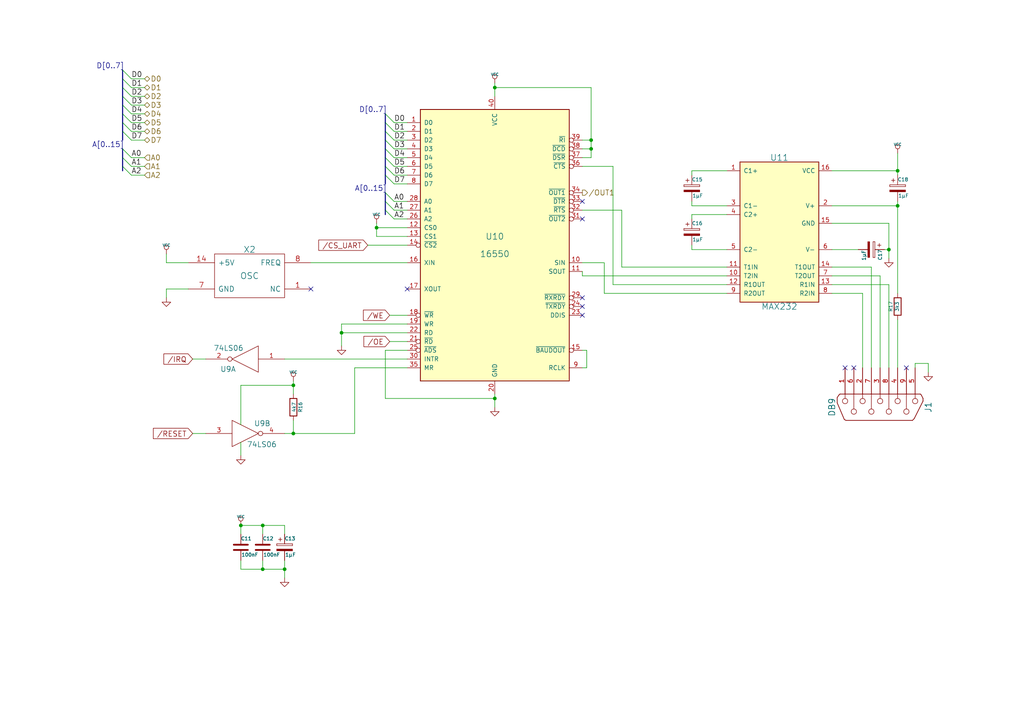
<source format=kicad_sch>
(kicad_sch (version 20211123) (generator eeschema)
  (paper "A4")
  (lib_symbols
    (symbol "io-rescue:16550" (pin_names (offset 1.016))
      (property "Reference" "U" (at -21.59 40.64 0))
      (property "Value" "16550" (at 15.24 40.64 0))
      (property "Footprint" "DIP-40" (at 0 0 0))
      (symbol "16550_0_1"
        (rectangle (start -21.59 -39.37) (end 21.59 39.37) (stroke (width 0.254)) (fill (type background)))
      )
      (symbol "16550_1_1"
        (pin bidirectional line (at -25.4 35.56 0) (length 3.81) (name "D0") (number "1"))
        (pin input line (at 25.4 -5.08 180) (length 3.81) (name "SIN") (number "10"))
        (pin output line (at 25.4 -7.62 180) (length 3.81) (name "SOUT") (number "11"))
        (pin input line (at -25.4 5.08 0) (length 3.81) (name "CS0") (number "12"))
        (pin input line (at -25.4 2.54 0) (length 3.81) (name "CS1") (number "13"))
        (pin input inverted (at -25.4 0 0) (length 3.81) (name "~{CS2}") (number "14"))
        (pin output inverted (at 25.4 -30.48 180) (length 3.81) (name "~{BAUDOUT}") (number "15"))
        (pin input line (at -25.4 -5.08 0) (length 3.81) (name "XIN") (number "16"))
        (pin output line (at -25.4 -12.7 0) (length 3.81) (name "XOUT") (number "17"))
        (pin input inverted (at -25.4 -20.32 0) (length 3.81) (name "~{WR}") (number "18"))
        (pin input line (at -25.4 -22.86 0) (length 3.81) (name "WR") (number "19"))
        (pin bidirectional line (at -25.4 33.02 0) (length 3.81) (name "D1") (number "2"))
        (pin power_in line (at 0 -43.18 90) (length 3.81) (name "GND") (number "20"))
        (pin input inverted (at -25.4 -27.94 0) (length 3.81) (name "~{RD}") (number "21"))
        (pin input line (at -25.4 -25.4 0) (length 3.81) (name "RD") (number "22"))
        (pin output line (at 25.4 -20.32 180) (length 3.81) (name "DDIS") (number "23"))
        (pin output inverted (at 25.4 -17.78 180) (length 3.81) (name "~{TXRDY}") (number "24"))
        (pin input inverted (at -25.4 -30.48 0) (length 3.81) (name "~{ADS}") (number "25"))
        (pin input line (at -25.4 7.62 0) (length 3.81) (name "A2") (number "26"))
        (pin input line (at -25.4 10.16 0) (length 3.81) (name "A1") (number "27"))
        (pin input line (at -25.4 12.7 0) (length 3.81) (name "A0") (number "28"))
        (pin output inverted (at 25.4 -15.24 180) (length 3.81) (name "~{RXRDY}") (number "29"))
        (pin bidirectional line (at -25.4 30.48 0) (length 3.81) (name "D2") (number "3"))
        (pin output line (at -25.4 -33.02 0) (length 3.81) (name "INTR") (number "30"))
        (pin output inverted (at 25.4 7.62 180) (length 3.81) (name "~{OUT2}") (number "31"))
        (pin output inverted (at 25.4 10.16 180) (length 3.81) (name "~{RTS}") (number "32"))
        (pin output inverted (at 25.4 12.7 180) (length 3.81) (name "~{DTR}") (number "33"))
        (pin output inverted (at 25.4 15.24 180) (length 3.81) (name "~{OUT1}") (number "34"))
        (pin input line (at -25.4 -35.56 0) (length 3.81) (name "MR") (number "35"))
        (pin input inverted (at 25.4 22.86 180) (length 3.81) (name "~{CTS}") (number "36"))
        (pin input inverted (at 25.4 25.4 180) (length 3.81) (name "~{DSR}") (number "37"))
        (pin input inverted (at 25.4 27.94 180) (length 3.81) (name "~{DCD}") (number "38"))
        (pin input inverted (at 25.4 30.48 180) (length 3.81) (name "~{RI}") (number "39"))
        (pin bidirectional line (at -25.4 27.94 0) (length 3.81) (name "D3") (number "4"))
        (pin power_in line (at 0 43.18 270) (length 3.81) (name "VCC") (number "40"))
        (pin bidirectional line (at -25.4 25.4 0) (length 3.81) (name "D4") (number "5"))
        (pin bidirectional line (at -25.4 22.86 0) (length 3.81) (name "D5") (number "6"))
        (pin bidirectional line (at -25.4 20.32 0) (length 3.81) (name "D6") (number "7"))
        (pin bidirectional line (at -25.4 17.78 0) (length 3.81) (name "D7") (number "8"))
        (pin input line (at 25.4 -35.56 180) (length 3.81) (name "RCLK") (number "9"))
      )
    )
    (symbol "io-rescue:74LS06" (pin_names (offset 0.762))
      (property "Reference" "U" (at 4.953 2.921 0))
      (property "Value" "74LS06" (at 4.826 -3.175 0))
      (symbol "74LS06_0_0"
        (polyline (pts (xy -3.81 3.81) (xy -3.81 -3.81) (xy 3.81 0) (xy -3.81 3.81)))
        (pin power_in line (at -1.27 2.54 90) (length 0) hide (name "VCC") (number "14"))
        (pin power_in line (at -1.27 -2.54 90) (length 0) hide (name "GND") (number "7"))
      )
      (symbol "74LS06_1_1"
        (pin input line (at -11.43 0 0) (length 7.62) (name "~") (number "1"))
        (pin open_collector inverted (at 11.43 0 180) (length 7.62) (name "~") (number "2"))
      )
      (symbol "74LS06_1_2"
        (pin input inverted (at -11.43 0 0) (length 7.62) (name "~") (number "1"))
        (pin open_collector line (at 11.43 0 180) (length 7.62) (name "~") (number "2"))
      )
      (symbol "74LS06_2_1"
        (pin input line (at -11.43 0 0) (length 7.62) (name "~") (number "3"))
        (pin open_collector inverted (at 11.43 0 180) (length 7.62) (name "~") (number "4"))
      )
      (symbol "74LS06_2_2"
        (pin input inverted (at -11.43 0 0) (length 7.62) (name "~") (number "3"))
        (pin open_collector line (at 11.43 0 180) (length 7.62) (name "~") (number "4"))
      )
      (symbol "74LS06_3_1"
        (pin input line (at -11.43 0 0) (length 7.62) (name "~") (number "5"))
        (pin open_collector inverted (at 11.43 0 180) (length 7.62) (name "~") (number "6"))
      )
      (symbol "74LS06_3_2"
        (pin input inverted (at -11.43 0 0) (length 7.62) (name "~") (number "5"))
        (pin open_collector line (at 11.43 0 180) (length 7.62) (name "~") (number "6"))
      )
      (symbol "74LS06_4_1"
        (pin open_collector inverted (at 11.43 0 180) (length 7.62) (name "~") (number "8"))
        (pin input line (at -11.43 0 0) (length 7.62) (name "~") (number "9"))
      )
      (symbol "74LS06_4_2"
        (pin open_collector line (at 11.43 0 180) (length 7.62) (name "~") (number "8"))
        (pin input inverted (at -11.43 0 0) (length 7.62) (name "~") (number "9"))
      )
      (symbol "74LS06_5_1"
        (pin open_collector inverted (at 11.43 0 180) (length 7.62) (name "~") (number "10"))
        (pin input line (at -11.43 0 0) (length 7.62) (name "~") (number "11"))
      )
      (symbol "74LS06_5_2"
        (pin open_collector line (at 11.43 0 180) (length 7.62) (name "~") (number "10"))
        (pin input inverted (at -11.43 0 0) (length 7.62) (name "~") (number "11"))
      )
      (symbol "74LS06_6_1"
        (pin open_collector inverted (at 11.43 0 180) (length 7.62) (name "~") (number "12"))
        (pin input line (at -11.43 0 0) (length 7.62) (name "~") (number "13"))
      )
      (symbol "74LS06_6_2"
        (pin open_collector line (at 11.43 0 180) (length 7.62) (name "~") (number "12"))
        (pin input inverted (at -11.43 0 0) (length 7.62) (name "~") (number "13"))
      )
    )
    (symbol "io-rescue:C" (pin_numbers hide) (pin_names (offset 0.254))
      (property "Reference" "C" (at 0.635 2.54 0))
      (property "Value" "C" (at 0.635 -2.54 0))
      (symbol "C_0_1"
        (polyline (pts (xy -2.032 -0.762) (xy 2.032 -0.762)) (stroke (width 0.508)))
        (polyline (pts (xy -2.032 0.762) (xy 2.032 0.762)) (stroke (width 0.508)))
      )
      (symbol "C_1_1"
        (pin passive line (at 0 3.81 270) (length 2.794) (name "~") (number "1"))
        (pin passive line (at 0 -3.81 90) (length 2.794) (name "~") (number "2"))
      )
    )
    (symbol "io-rescue:CP" (pin_numbers hide) (pin_names (offset 0.254))
      (property "Reference" "C" (at 0.635 2.54 0))
      (property "Value" "CP" (at 0.635 -2.54 0))
      (symbol "CP_0_1"
        (rectangle (start -2.286 0.508) (end -2.286 1.016))
        (rectangle (start -2.286 0.508) (end 2.286 0.508))
        (polyline (pts (xy -1.778 2.286) (xy -0.762 2.286)))
        (polyline (pts (xy -1.27 2.794) (xy -1.27 1.778)))
        (rectangle (start 2.286 -0.508) (end -2.286 -1.016) (fill (type outline)))
        (rectangle (start 2.286 1.016) (end -2.286 1.016))
        (rectangle (start 2.286 1.016) (end 2.286 0.508))
      )
      (symbol "CP_1_1"
        (pin passive line (at 0 3.81 270) (length 2.794) (name "~") (number "1"))
        (pin passive line (at 0 -3.81 90) (length 2.794) (name "~") (number "2"))
      )
    )
    (symbol "io-rescue:DB9" (pin_names (offset 1.016) hide)
      (property "Reference" "J" (at 0 13.97 0))
      (property "Value" "DB9" (at 0 -13.97 0))
      (symbol "DB9_0_1"
        (circle (center -1.778 -10.16) (radius 0.762))
        (circle (center -1.778 -5.08) (radius 0.762))
        (circle (center -1.778 0) (radius 0.762))
        (circle (center -1.778 5.08) (radius 0.762))
        (circle (center -1.778 10.16) (radius 0.762))
        (polyline (pts (xy -3.81 -11.684) (xy -3.81 11.684)) (stroke (width 0.2032)))
        (polyline (pts (xy -3.81 -11.6586) (xy -3.556 -11.938)) (stroke (width 0.2032)))
        (polyline (pts (xy -3.81 -10.16) (xy -2.54 -10.16)))
        (polyline (pts (xy -3.81 -7.62) (xy 0.508 -7.62)))
        (polyline (pts (xy -3.81 -5.08) (xy -2.54 -5.08)))
        (polyline (pts (xy -3.81 -2.54) (xy 0.508 -2.54)))
        (polyline (pts (xy -3.81 0) (xy -2.54 0)))
        (polyline (pts (xy -3.81 2.54) (xy 0.508 2.54)))
        (polyline (pts (xy -3.81 5.08) (xy -2.54 5.08)))
        (polyline (pts (xy -3.81 7.62) (xy 0.508 7.62)))
        (polyline (pts (xy -3.81 10.16) (xy -2.54 10.16)))
        (polyline (pts (xy -3.556 -11.938) (xy -2.794 -12.446)) (stroke (width 0.2032)))
        (polyline (pts (xy -3.556 11.938) (xy -3.81 11.684)) (stroke (width 0.2032)))
        (polyline (pts (xy -3.556 11.938) (xy -2.54 12.446)) (stroke (width 0.2032)))
        (polyline (pts (xy -2.794 -12.446) (xy -1.27 -12.446)) (stroke (width 0.2032)))
        (polyline (pts (xy -2.54 12.446) (xy -1.778 12.446)) (stroke (width 0.2032)))
        (polyline (pts (xy 3.2766 9.906) (xy -1.778 12.446)) (stroke (width 0.2032)))
        (polyline (pts (xy 3.2766 9.906) (xy 3.81 9.398)) (stroke (width 0.2032)))
        (polyline (pts (xy 3.556 -10.3886) (xy -1.27 -12.446)) (stroke (width 0.2032)))
        (polyline (pts (xy 3.81 -9.906) (xy 3.556 -10.3886)) (stroke (width 0.2032)))
        (polyline (pts (xy 3.81 9.398) (xy 3.81 -9.906)) (stroke (width 0.2032)))
        (circle (center 1.27 -7.62) (radius 0.762))
        (circle (center 1.27 -2.54) (radius 0.762))
        (circle (center 1.27 2.54) (radius 0.762))
        (circle (center 1.27 7.62) (radius 0.762))
      )
      (symbol "DB9_1_1"
        (pin passive line (at -11.43 -10.16 0) (length 7.62) (name "1") (number "1"))
        (pin passive line (at -11.43 -5.08 0) (length 7.62) (name "2") (number "2"))
        (pin passive line (at -11.43 0 0) (length 7.62) (name "3") (number "3"))
        (pin passive line (at -11.43 5.08 0) (length 7.62) (name "4") (number "4"))
        (pin passive line (at -11.43 10.16 0) (length 7.62) (name "5") (number "5"))
        (pin passive line (at -11.43 -7.62 0) (length 7.62) (name "P6") (number "6"))
        (pin passive line (at -11.43 -2.54 0) (length 7.62) (name "P7") (number "7"))
        (pin passive line (at -11.43 2.54 0) (length 7.62) (name "P8") (number "8"))
        (pin passive line (at -11.43 7.62 0) (length 7.62) (name "P9") (number "9"))
      )
    )
    (symbol "io-rescue:GND" (power) (pin_names (offset 0))
      (property "Value" "GND" (at 0 -3.81 0))
      (symbol "GND_0_1"
        (polyline (pts (xy 0 0) (xy 0 -1.27) (xy 1.27 -1.27) (xy 0 -2.54) (xy -1.27 -1.27) (xy 0 -1.27)))
      )
      (symbol "GND_1_1"
        (pin power_in line (at 0 0 270) (length 0) hide (name "GND") (number "1"))
      )
    )
    (symbol "io-rescue:MAX232" (pin_names (offset 1.016))
      (property "Reference" "U" (at -11.43 21.59 0))
      (property "Value" "MAX232" (at 5.08 21.59 0))
      (symbol "MAX232_0_1"
        (rectangle (start -11.43 -20.32) (end 11.43 20.32) (stroke (width 0.254)) (fill (type background)))
      )
      (symbol "MAX232_1_1"
        (pin passive line (at -15.24 17.78 0) (length 3.81) (name "C1+") (number "1"))
        (pin input line (at -15.24 -12.7 0) (length 3.81) (name "T2IN") (number "10"))
        (pin input line (at -15.24 -10.16 0) (length 3.81) (name "T1IN") (number "11"))
        (pin output line (at -15.24 -15.24 0) (length 3.81) (name "R1OUT") (number "12"))
        (pin input line (at 15.24 -15.24 180) (length 3.81) (name "R1IN") (number "13"))
        (pin output line (at 15.24 -10.16 180) (length 3.81) (name "T1OUT") (number "14"))
        (pin passive line (at 15.24 2.54 180) (length 3.81) (name "GND") (number "15"))
        (pin passive line (at 15.24 17.78 180) (length 3.81) (name "VCC") (number "16"))
        (pin passive line (at 15.24 7.62 180) (length 3.81) (name "V+") (number "2"))
        (pin passive line (at -15.24 7.62 0) (length 3.81) (name "C1-") (number "3"))
        (pin passive line (at -15.24 5.08 0) (length 3.81) (name "C2+") (number "4"))
        (pin passive line (at -15.24 -5.08 0) (length 3.81) (name "C2-") (number "5"))
        (pin passive line (at 15.24 -5.08 180) (length 3.81) (name "V-") (number "6"))
        (pin output line (at 15.24 -12.7 180) (length 3.81) (name "T2OUT") (number "7"))
        (pin input line (at 15.24 -17.78 180) (length 3.81) (name "R2IN") (number "8"))
        (pin output line (at -15.24 -17.78 0) (length 3.81) (name "R2OUT") (number "9"))
      )
    )
    (symbol "io-rescue:OSC" (pin_names (offset 1.016))
      (property "Reference" "X" (at 0 7.62 0))
      (property "Value" "OSC" (at 0 0 0))
      (symbol "OSC_0_1"
        (rectangle (start -10.16 -6.35) (end 10.16 6.35))
      )
      (symbol "OSC_1_1"
        (pin passive line (at 17.78 -3.81 180) (length 7.62) (name "NC") (number "1"))
        (pin passive line (at -17.78 3.81 0) (length 7.62) (name "+5V") (number "14"))
        (pin passive line (at -17.78 -3.81 0) (length 7.62) (name "GND") (number "7"))
        (pin output line (at 17.78 3.81 180) (length 7.62) (name "FREQ") (number "8"))
      )
    )
    (symbol "io-rescue:R" (pin_numbers hide) (pin_names (offset 0))
      (property "Reference" "R" (at 2.032 0 90))
      (property "Value" "R" (at 0 0 90))
      (symbol "R_0_1"
        (rectangle (start -1.016 -2.54) (end 1.016 2.54) (stroke (width 0.254)))
      )
      (symbol "R_1_1"
        (pin passive line (at 0 3.81 270) (length 1.27) (name "~") (number "1"))
        (pin passive line (at 0 -3.81 90) (length 1.27) (name "~") (number "2"))
      )
    )
    (symbol "io-rescue:VCC" (power) (pin_names (offset 0))
      (property "Value" "VCC" (at 0 3.81 0))
      (symbol "VCC_0_1"
        (polyline (pts (xy 0 0) (xy 0 1.27)))
        (circle (center 0 1.905) (radius 0.635))
      )
      (symbol "VCC_1_1"
        (pin power_in line (at 0 0 90) (length 0) hide (name "VCC") (number "1"))
      )
    )
  )
  (junction (at 260.35 59.69))
  (junction (at 85.09 125.73))
  (junction (at 69.85 152.4))
  (junction (at 99.06 96.52))
  (junction (at 76.2 152.4))
  (junction (at 76.2 165.1))
  (junction (at 143.51 115.57))
  (junction (at 171.45 40.64))
  (junction (at 85.09 111.76))
  (junction (at 257.81 72.39))
  (junction (at 109.22 66.04))
  (junction (at 171.45 43.18))
  (junction (at 82.55 165.1))
  (junction (at 143.51 25.4))
  (junction (at 260.35 49.53))
  (no_connect (at 118.11 83.82))
  (no_connect (at 168.91 88.9))
  (no_connect (at 168.91 91.44))
  (no_connect (at 168.91 63.5))
  (no_connect (at -1.27 -73.66))
  (no_connect (at 262.89 106.68))
  (no_connect (at 245.11 106.68))
  (no_connect (at 247.65 106.68))
  (no_connect (at 168.91 58.42))
  (no_connect (at 168.91 86.36))
  (no_connect (at 90.17 83.82))
  (bus_entry (at 111.76 38.1) (size 2.54 2.54))
  (bus_entry (at 35.56 48.26) (size 2.54 2.54))
  (bus_entry (at 35.56 27.94) (size 2.54 2.54))
  (bus_entry (at 111.76 43.18) (size 2.54 2.54))
  (bus_entry (at 35.56 45.72) (size 2.54 2.54))
  (bus_entry (at 111.76 33.02) (size 2.54 2.54))
  (bus_entry (at 35.56 20.32) (size 2.54 2.54))
  (bus_entry (at 35.56 30.48) (size 2.54 2.54))
  (bus_entry (at 111.76 35.56) (size 2.54 2.54))
  (bus_entry (at 35.56 33.02) (size 2.54 2.54))
  (bus_entry (at 111.76 40.64) (size 2.54 2.54))
  (bus_entry (at 111.76 58.42) (size 2.54 2.54))
  (bus_entry (at 111.76 50.8) (size 2.54 2.54))
  (bus_entry (at 111.76 60.96) (size 2.54 2.54))
  (bus_entry (at 35.56 38.1) (size 2.54 2.54))
  (bus_entry (at 35.56 25.4) (size 2.54 2.54))
  (bus_entry (at 111.76 48.26) (size 2.54 2.54))
  (bus_entry (at 111.76 55.88) (size 2.54 2.54))
  (bus_entry (at 35.56 22.86) (size 2.54 2.54))
  (bus_entry (at 35.56 43.18) (size 2.54 2.54))
  (bus_entry (at 111.76 45.72) (size 2.54 2.54))
  (bus_entry (at 35.56 35.56) (size 2.54 2.54))
  (wire (pts (xy 41.91 25.4) (xy 38.1 25.4)))
  (wire (pts (xy 106.68 71.12) (xy 118.11 71.12)))
  (wire (pts (xy 90.17 76.2) (xy 118.11 76.2)))
  (wire (pts (xy 69.85 154.94) (xy 69.85 152.4)))
  (wire (pts (xy 143.51 114.3) (xy 143.51 115.57)))
  (wire (pts (xy 82.55 165.1) (xy 82.55 167.64)))
  (wire (pts (xy 69.85 165.1) (xy 69.85 162.56)))
  (wire (pts (xy 76.2 162.56) (xy 76.2 165.1)))
  (wire (pts (xy 256.54 72.39) (xy 257.81 72.39)))
  (wire (pts (xy 82.55 125.73) (xy 85.09 125.73)))
  (wire (pts (xy 175.26 76.2) (xy 168.91 76.2)))
  (wire (pts (xy 69.85 165.1) (xy 76.2 165.1)))
  (wire (pts (xy 38.1 48.26) (xy 41.91 48.26)))
  (bus (pts (xy 35.56 27.94) (xy 35.56 30.48)))
  (wire (pts (xy 109.22 64.77) (xy 109.22 66.04)))
  (wire (pts (xy 171.45 43.18) (xy 171.45 45.72)))
  (bus (pts (xy 111.76 55.88) (xy 111.76 58.42)))
  (wire (pts (xy 85.09 111.76) (xy 85.09 114.3)))
  (wire (pts (xy 257.81 82.55) (xy 257.81 106.68)))
  (wire (pts (xy 102.87 125.73) (xy 102.87 106.68)))
  (wire (pts (xy 38.1 33.02) (xy 41.91 33.02)))
  (wire (pts (xy 114.3 50.8) (xy 118.11 50.8)))
  (wire (pts (xy 168.91 40.64) (xy 171.45 40.64)))
  (wire (pts (xy 109.22 66.04) (xy 118.11 66.04)))
  (wire (pts (xy 48.26 76.2) (xy 54.61 76.2)))
  (wire (pts (xy 210.82 82.55) (xy 177.8 82.55)))
  (wire (pts (xy 180.34 77.47) (xy 210.82 77.47)))
  (wire (pts (xy 250.19 85.09) (xy 250.19 106.68)))
  (bus (pts (xy 35.56 25.4) (xy 35.56 27.94)))
  (wire (pts (xy 82.55 152.4) (xy 82.55 154.94)))
  (wire (pts (xy 48.26 83.82) (xy 54.61 83.82)))
  (bus (pts (xy 111.76 38.1) (xy 111.76 40.64)))
  (wire (pts (xy 200.66 72.39) (xy 200.66 71.12)))
  (bus (pts (xy 35.56 35.56) (xy 35.56 38.1)))
  (wire (pts (xy 114.3 63.5) (xy 118.11 63.5)))
  (bus (pts (xy 35.56 48.26) (xy 35.56 49.53)))
  (bus (pts (xy 111.76 45.72) (xy 111.76 48.26)))
  (wire (pts (xy 118.11 43.18) (xy 114.3 43.18)))
  (bus (pts (xy 111.76 43.18) (xy 111.76 45.72)))
  (wire (pts (xy 41.91 30.48) (xy 38.1 30.48)))
  (wire (pts (xy 241.3 82.55) (xy 257.81 82.55)))
  (wire (pts (xy 180.34 60.96) (xy 168.91 60.96)))
  (wire (pts (xy 118.11 53.34) (xy 114.3 53.34)))
  (wire (pts (xy 241.3 72.39) (xy 248.92 72.39)))
  (wire (pts (xy 109.22 68.58) (xy 118.11 68.58)))
  (wire (pts (xy 257.81 64.77) (xy 257.81 72.39)))
  (bus (pts (xy 35.56 38.1) (xy 35.56 40.64)))
  (wire (pts (xy 69.85 128.27) (xy 69.85 132.08)))
  (wire (pts (xy 171.45 43.18) (xy 168.91 43.18)))
  (wire (pts (xy 114.3 35.56) (xy 118.11 35.56)))
  (wire (pts (xy 109.22 66.04) (xy 109.22 68.58)))
  (wire (pts (xy 260.35 59.69) (xy 260.35 85.09)))
  (wire (pts (xy 118.11 101.6) (xy 111.76 101.6)))
  (bus (pts (xy 35.56 22.86) (xy 35.56 25.4)))
  (wire (pts (xy 114.3 45.72) (xy 118.11 45.72)))
  (bus (pts (xy 35.56 20.32) (xy 35.56 22.86)))
  (wire (pts (xy 76.2 165.1) (xy 82.55 165.1)))
  (wire (pts (xy 210.82 80.01) (xy 168.91 80.01)))
  (wire (pts (xy 38.1 27.94) (xy 41.91 27.94)))
  (bus (pts (xy 111.76 50.8) (xy 111.76 53.34)))
  (wire (pts (xy 85.09 125.73) (xy 102.87 125.73)))
  (wire (pts (xy 38.1 50.8) (xy 41.91 50.8)))
  (wire (pts (xy 114.3 58.42) (xy 118.11 58.42)))
  (wire (pts (xy 55.88 104.14) (xy 59.69 104.14)))
  (wire (pts (xy 102.87 106.68) (xy 118.11 106.68)))
  (bus (pts (xy 111.76 33.02) (xy 111.76 35.56)))
  (wire (pts (xy 175.26 85.09) (xy 175.26 76.2)))
  (wire (pts (xy 200.66 49.53) (xy 200.66 50.8)))
  (wire (pts (xy 200.66 49.53) (xy 210.82 49.53)))
  (wire (pts (xy 241.3 59.69) (xy 260.35 59.69)))
  (wire (pts (xy 143.51 115.57) (xy 143.51 118.11)))
  (bus (pts (xy 35.56 30.48) (xy 35.56 33.02)))
  (wire (pts (xy 180.34 77.47) (xy 180.34 60.96)))
  (wire (pts (xy 200.66 62.23) (xy 210.82 62.23)))
  (wire (pts (xy 85.09 121.92) (xy 85.09 125.73)))
  (wire (pts (xy 255.27 80.01) (xy 255.27 106.68)))
  (wire (pts (xy 171.45 45.72) (xy 168.91 45.72)))
  (wire (pts (xy 48.26 86.36) (xy 48.26 83.82)))
  (wire (pts (xy 177.8 82.55) (xy 177.8 48.26)))
  (wire (pts (xy 260.35 58.42) (xy 260.35 59.69)))
  (wire (pts (xy 200.66 62.23) (xy 200.66 63.5)))
  (wire (pts (xy 170.18 106.68) (xy 168.91 106.68)))
  (wire (pts (xy 265.43 105.41) (xy 269.24 105.41)))
  (wire (pts (xy 76.2 152.4) (xy 76.2 154.94)))
  (wire (pts (xy 113.03 91.44) (xy 118.11 91.44)))
  (bus (pts (xy 111.76 48.26) (xy 111.76 50.8)))
  (wire (pts (xy 241.3 85.09) (xy 250.19 85.09)))
  (wire (pts (xy 38.1 22.86) (xy 41.91 22.86)))
  (wire (pts (xy 200.66 59.69) (xy 210.82 59.69)))
  (wire (pts (xy 113.03 99.06) (xy 118.11 99.06)))
  (wire (pts (xy 269.24 105.41) (xy 269.24 107.95)))
  (wire (pts (xy 171.45 25.4) (xy 171.45 40.64)))
  (wire (pts (xy 143.51 25.4) (xy 143.51 27.94)))
  (wire (pts (xy 118.11 96.52) (xy 99.06 96.52)))
  (wire (pts (xy 99.06 93.98) (xy 99.06 96.52)))
  (wire (pts (xy 38.1 38.1) (xy 41.91 38.1)))
  (wire (pts (xy 265.43 106.68) (xy 265.43 105.41)))
  (wire (pts (xy 41.91 40.64) (xy 38.1 40.64)))
  (wire (pts (xy 82.55 162.56) (xy 82.55 165.1)))
  (wire (pts (xy 41.91 35.56) (xy 38.1 35.56)))
  (wire (pts (xy 69.85 152.4) (xy 76.2 152.4)))
  (bus (pts (xy 35.56 33.02) (xy 35.56 35.56)))
  (wire (pts (xy 118.11 48.26) (xy 114.3 48.26)))
  (bus (pts (xy 35.56 45.72) (xy 35.56 48.26)))
  (wire (pts (xy 69.85 111.76) (xy 69.85 123.19)))
  (wire (pts (xy 99.06 96.52) (xy 99.06 100.33)))
  (wire (pts (xy 241.3 77.47) (xy 252.73 77.47)))
  (wire (pts (xy 48.26 73.66) (xy 48.26 76.2)))
  (wire (pts (xy 168.91 80.01) (xy 168.91 78.74)))
  (wire (pts (xy 118.11 93.98) (xy 99.06 93.98)))
  (wire (pts (xy 200.66 59.69) (xy 200.66 58.42)))
  (wire (pts (xy 114.3 60.96) (xy 118.11 60.96)))
  (wire (pts (xy 260.35 44.45) (xy 260.35 49.53)))
  (bus (pts (xy 111.76 60.96) (xy 111.76 62.23)))
  (wire (pts (xy 210.82 85.09) (xy 175.26 85.09)))
  (wire (pts (xy 76.2 152.4) (xy 82.55 152.4)))
  (wire (pts (xy 170.18 101.6) (xy 170.18 106.68)))
  (wire (pts (xy 111.76 115.57) (xy 143.51 115.57)))
  (wire (pts (xy 177.8 48.26) (xy 168.91 48.26)))
  (wire (pts (xy 171.45 40.64) (xy 171.45 43.18)))
  (wire (pts (xy 168.91 101.6) (xy 170.18 101.6)))
  (wire (pts (xy 143.51 24.13) (xy 143.51 25.4)))
  (bus (pts (xy 111.76 35.56) (xy 111.76 38.1)))
  (wire (pts (xy 111.76 101.6) (xy 111.76 115.57)))
  (bus (pts (xy 111.76 40.64) (xy 111.76 43.18)))
  (wire (pts (xy 118.11 38.1) (xy 114.3 38.1)))
  (wire (pts (xy 252.73 77.47) (xy 252.73 106.68)))
  (wire (pts (xy 38.1 45.72) (xy 41.91 45.72)))
  (wire (pts (xy 171.45 25.4) (xy 143.51 25.4)))
  (wire (pts (xy 200.66 72.39) (xy 210.82 72.39)))
  (wire (pts (xy 85.09 111.76) (xy 69.85 111.76)))
  (wire (pts (xy 260.35 92.71) (xy 260.35 106.68)))
  (bus (pts (xy 35.56 43.18) (xy 35.56 45.72)))
  (wire (pts (xy 257.81 72.39) (xy 257.81 74.93)))
  (wire (pts (xy 118.11 104.14) (xy 82.55 104.14)))
  (wire (pts (xy 241.3 64.77) (xy 257.81 64.77)))
  (wire (pts (xy 85.09 110.49) (xy 85.09 111.76)))
  (wire (pts (xy 260.35 49.53) (xy 260.35 50.8)))
  (wire (pts (xy 114.3 40.64) (xy 118.11 40.64)))
  (wire (pts (xy 241.3 80.01) (xy 255.27 80.01)))
  (wire (pts (xy 55.88 125.73) (xy 59.69 125.73)))
  (wire (pts (xy 241.3 49.53) (xy 260.35 49.53)))
  (bus (pts (xy 111.76 58.42) (xy 111.76 60.96)))
  (label "D[0..7]" (at 27.94 20.32 0) (effects (font (size 1.524 1.524))))
  (label "D1" (at 38.1 25.4 0) (effects (font (size 1.524 1.524))))
  (label "D2" (at 114.3 40.64 0) (effects (font (size 1.524 1.524))))
  (label "D7" (at 114.3 53.34 0) (effects (font (size 1.524 1.524))))
  (label "A1" (at 38.1 48.26 0) (effects (font (size 1.524 1.524))))
  (label "D6" (at 114.3 50.8 0) (effects (font (size 1.524 1.524))))
  (label "D3" (at 38.1 30.48 0) (effects (font (size 1.524 1.524))))
  (label "D2" (at 38.1 27.94 0) (effects (font (size 1.524 1.524))))
  (label "D6" (at 38.1 38.1 0) (effects (font (size 1.524 1.524))))
  (label "A1" (at 114.3 60.96 0) (effects (font (size 1.524 1.524))))
  (label "D0" (at 38.1 22.86 0) (effects (font (size 1.524 1.524))))
  (label "D7" (at 38.1 40.64 0) (effects (font (size 1.524 1.524))))
  (label "D3" (at 114.3 43.18 0) (effects (font (size 1.524 1.524))))
  (label "D[0..7]" (at 104.14 33.02 0) (effects (font (size 1.524 1.524))))
  (label "A2" (at 38.1 50.8 0) (effects (font (size 1.524 1.524))))
  (label "A0" (at 38.1 45.72 0) (effects (font (size 1.524 1.524))))
  (label "D5" (at 38.1 35.56 0) (effects (font (size 1.524 1.524))))
  (label "A2" (at 114.3 63.5 0) (effects (font (size 1.524 1.524))))
  (label "D0" (at 114.3 35.56 0) (effects (font (size 1.524 1.524))))
  (label "A[0..15]" (at 26.67 43.18 0) (effects (font (size 1.524 1.524))))
  (label "D1" (at 114.3 38.1 0) (effects (font (size 1.524 1.524))))
  (label "D4" (at 38.1 33.02 0) (effects (font (size 1.524 1.524))))
  (label "A0" (at 114.3 58.42 0) (effects (font (size 1.524 1.524))))
  (label "D5" (at 114.3 48.26 0) (effects (font (size 1.524 1.524))))
  (label "A[0..15]" (at 102.87 55.88 0) (effects (font (size 1.524 1.524))))
  (label "D4" (at 114.3 45.72 0) (effects (font (size 1.524 1.524))))
  (global_label "/OE" (shape input) (at 113.03 99.06 180) (effects (font (size 1.524 1.524))) (property "Intersheet References" "${INTERSHEET_REFS}" (effects hide)))
  (global_label "/CS_UART" (shape input) (at 106.68 71.12 180) (effects (font (size 1.524 1.524))) (property "Intersheet References" "${INTERSHEET_REFS}" (effects hide)))
  (global_label "/IRQ" (shape input) (at 55.88 104.14 180) (effects (font (size 1.524 1.524))) (property "Intersheet References" "${INTERSHEET_REFS}" (effects hide)))
  (global_label "/WE" (shape input) (at 113.03 91.44 180) (effects (font (size 1.524 1.524))) (property "Intersheet References" "${INTERSHEET_REFS}" (effects hide)))
  (global_label "/RESET" (shape input) (at 55.88 125.73 180) (effects (font (size 1.524 1.524))) (property "Intersheet References" "${INTERSHEET_REFS}" (effects hide)))
  (hierarchical_label "D5" (shape bidirectional) (at 41.91 35.56 0) (effects (font (size 1.524 1.524))))
  (hierarchical_label "A2" (shape input) (at 41.91 50.8 0) (effects (font (size 1.524 1.524))))
  (hierarchical_label "A0" (shape input) (at 41.91 45.72 0) (effects (font (size 1.524 1.524))))
  (hierarchical_label "D1" (shape bidirectional) (at 41.91 25.4 0) (effects (font (size 1.524 1.524))))
  (hierarchical_label "/OUT1" (shape output) (at 168.91 55.88 0) (effects (font (size 1.524 1.524))))
  (hierarchical_label "D3" (shape bidirectional) (at 41.91 30.48 0) (effects (font (size 1.524 1.524))))
  (hierarchical_label "A1" (shape input) (at 41.91 48.26 0) (effects (font (size 1.524 1.524))))
  (hierarchical_label "D0" (shape bidirectional) (at 41.91 22.86 0) (effects (font (size 1.524 1.524))))
  (hierarchical_label "D2" (shape bidirectional) (at 41.91 27.94 0) (effects (font (size 1.524 1.524))))
  (hierarchical_label "D4" (shape bidirectional) (at 41.91 33.02 0) (effects (font (size 1.524 1.524))))
  (hierarchical_label "D6" (shape bidirectional) (at 41.91 38.1 0) (effects (font (size 1.524 1.524))))
  (hierarchical_label "D7" (shape bidirectional) (at 41.91 40.64 0) (effects (font (size 1.524 1.524))))
  (symbol (lib_id "io-rescue:16550") (at 143.51 71.12 0) (unit 1)
    (property "Reference" "U10" (at 143.51 68.58 0) (effects (font (size 1.778 1.778))))
    (property "Value" "16550" (at 143.51 73.66 0) (effects (font (size 1.778 1.778))))
    (property "Footprint" "Housings_DIP:DIP-40_W15.24mm_LongPads" (effects hide))
  )
  (symbol (lib_id "io-rescue:MAX232") (at 226.06 67.31 0) (unit 1)
    (property "Reference" "U11" (at 226.06 45.72 0) (effects (font (size 1.778 1.778))))
    (property "Value" "MAX232" (at 226.06 88.9 0) (effects (font (size 1.778 1.778))))
    (property "Footprint" "Housings_DIP:DIP-16_W7.62mm_LongPads" (effects hide))
  )
  (symbol (lib_id "io-rescue:74LS06") (at 71.12 125.73 0) (unit 2)
    (property "Reference" "U9" (at 76.073 122.809 0) (effects (font (size 1.524 1.524))))
    (property "Value" "74LS06" (at 75.946 128.905 0) (effects (font (size 1.524 1.524))))
    (property "Footprint" "Housings_DIP:DIP-14_W7.62mm_LongPads" (effects hide))
  )
  (symbol (lib_id "io-rescue:GND") (at 99.06 100.33 0) (unit 1)
    (property "Reference" "#PWR025" (effects hide))
    (property "Value" "GND" (effects hide))
  )
  (symbol (lib_id "io-rescue:VCC") (at 109.22 64.77 0) (unit 1)
    (property "Reference" "#PWR026" (effects hide))
    (property "Value" "VCC" (at 109.22 62.23 0) (effects (font (size 0.762 0.762))))
  )
  (symbol (lib_id "io-rescue:VCC") (at 260.35 44.45 0) (unit 1)
    (property "Reference" "#PWR027" (effects hide))
    (property "Value" "VCC" (at 260.35 41.91 0) (effects (font (size 0.762 0.762))))
  )
  (symbol (lib_id "io-rescue:GND") (at 257.81 74.93 0) (unit 1)
    (property "Reference" "#PWR028" (effects hide))
    (property "Value" "GND" (effects hide))
  )
  (symbol (lib_id "io-rescue:CP") (at 200.66 54.61 0) (unit 1)
    (property "Reference" "C15" (at 200.66 52.07 0) (effects (font (size 1.016 1.016)) (justify left)))
    (property "Value" "1µF" (at 200.8124 56.769 0) (effects (font (size 1.016 1.016)) (justify left)))
    (property "Footprint" "Capacitors_ThroughHole:C_Radial_D5_L6_P2.5" (effects hide))
  )
  (symbol (lib_id "io-rescue:CP") (at 260.35 54.61 0) (unit 1)
    (property "Reference" "C18" (at 260.35 52.07 0) (effects (font (size 1.016 1.016)) (justify left)))
    (property "Value" "1µF" (at 260.5024 56.769 0) (effects (font (size 1.016 1.016)) (justify left)))
    (property "Footprint" "Capacitors_ThroughHole:C_Radial_D5_L6_P2.5" (effects hide))
  )
  (symbol (lib_id "io-rescue:CP") (at 200.66 67.31 0) (unit 1)
    (property "Reference" "C16" (at 200.66 64.77 0) (effects (font (size 1.016 1.016)) (justify left)))
    (property "Value" "1µF" (at 200.8124 69.469 0) (effects (font (size 1.016 1.016)) (justify left)))
    (property "Footprint" "Capacitors_ThroughHole:C_Radial_D5_L6_P2.5" (effects hide))
  )
  (symbol (lib_id "io-rescue:OSC") (at 72.39 80.01 0) (unit 1)
    (property "Reference" "X2" (at 72.39 72.39 0) (effects (font (size 1.778 1.778))))
    (property "Value" "OSC" (at 72.39 80.01 0) (effects (font (size 1.778 1.778))))
    (property "Footprint" "Oscillators:KXO-200_LargePads" (effects hide))
  )
  (symbol (lib_id "io-rescue:VCC") (at 143.51 24.13 0) (unit 1)
    (property "Reference" "#PWR032" (effects hide))
    (property "Value" "VCC" (at 143.51 21.59 0) (effects (font (size 0.762 0.762))))
  )
  (symbol (lib_id "io-rescue:DB9") (at 255.27 118.11 270) (unit 1)
    (property "Reference" "J1" (at 269.24 118.11 0) (effects (font (size 1.778 1.778))))
    (property "Value" "DB9" (at 241.3 118.11 0) (effects (font (size 1.778 1.778))))
    (property "Footprint" "Connect:DB9MC" (effects hide))
  )
  (symbol (lib_id "io-rescue:74LS06") (at 71.12 104.14 180) (unit 1)
    (property "Reference" "U9" (at 66.167 107.061 0) (effects (font (size 1.524 1.524))))
    (property "Value" "74LS06" (at 66.294 100.965 0) (effects (font (size 1.524 1.524))))
    (property "Footprint" "Housings_DIP:DIP-14_W7.62mm_LongPads" (effects hide))
  )
  (symbol (lib_id "io-rescue:R") (at 85.09 118.11 0) (unit 1)
    (property "Reference" "R16" (at 87.122 118.11 90) (effects (font (size 1.016 1.016))))
    (property "Value" "4k7" (at 85.2678 118.0846 90) (effects (font (size 1.016 1.016))))
    (property "Footprint" "Resistors_ThroughHole:Resistor_Horizontal_RM7mm" (effects hide))
  )
  (symbol (lib_id "io-rescue:VCC") (at 85.09 110.49 0) (unit 1)
    (property "Reference" "#PWR022" (effects hide))
    (property "Value" "VCC" (at 85.09 107.95 0) (effects (font (size 0.762 0.762))))
  )
  (symbol (lib_id "io-rescue:VCC") (at 48.26 73.66 0) (unit 1)
    (property "Reference" "#PWR023" (effects hide))
    (property "Value" "VCC" (at 48.26 71.12 0) (effects (font (size 0.762 0.762))))
  )
  (symbol (lib_id "io-rescue:GND") (at 48.26 86.36 0) (unit 1)
    (property "Reference" "#PWR024" (effects hide))
    (property "Value" "GND" (effects hide))
  )
  (symbol (lib_id "io-rescue:CP") (at 252.73 72.39 270) (unit 1)
    (property "Reference" "C17" (at 255.27 72.39 0) (effects (font (size 1.016 1.016)) (justify left)))
    (property "Value" "1µF" (at 250.571 72.5424 0) (effects (font (size 1.016 1.016)) (justify left)))
    (property "Footprint" "Capacitors_ThroughHole:C_Radial_D5_L6_P2.5" (effects hide))
  )
  (symbol (lib_id "io-rescue:GND") (at 269.24 107.95 0) (unit 1)
    (property "Reference" "#PWR029" (effects hide))
    (property "Value" "GND" (effects hide))
  )
  (symbol (lib_id "io-rescue:R") (at 260.35 88.9 180) (unit 1)
    (property "Reference" "R17" (at 258.318 88.9 90) (effects (font (size 1.016 1.016))))
    (property "Value" "3k3" (at 260.1722 88.9254 90) (effects (font (size 1.016 1.016))))
    (property "Footprint" "Resistors_ThroughHole:Resistor_Horizontal_RM7mm" (effects hide))
  )
  (symbol (lib_id "io-rescue:GND") (at 82.55 167.64 0) (unit 1)
    (property "Reference" "#PWR030" (effects hide))
    (property "Value" "GND" (effects hide))
  )
  (symbol (lib_id "io-rescue:VCC") (at 69.85 152.4 0) (unit 1)
    (property "Reference" "#PWR031" (effects hide))
    (property "Value" "VCC" (at 69.85 149.86 0) (effects (font (size 0.762 0.762))))
  )
  (symbol (lib_id "io-rescue:C") (at 69.85 158.75 0) (unit 1)
    (property "Reference" "C11" (at 69.85 156.21 0) (effects (font (size 1.016 1.016)) (justify left)))
    (property "Value" "100nF" (at 70.0024 160.909 0) (effects (font (size 1.016 1.016)) (justify left)))
    (property "Footprint" "Capacitors_ThroughHole:C_Rect_L4_W2.5_P2.5" (effects hide))
  )
  (symbol (lib_id "io-rescue:C") (at 76.2 158.75 0) (unit 1)
    (property "Reference" "C12" (at 76.2 156.21 0) (effects (font (size 1.016 1.016)) (justify left)))
    (property "Value" "100nF" (at 76.3524 160.909 0) (effects (font (size 1.016 1.016)) (justify left)))
    (property "Footprint" "Capacitors_ThroughHole:C_Rect_L4_W2.5_P2.5" (effects hide))
  )
  (symbol (lib_id "io-rescue:CP") (at 82.55 158.75 0) (unit 1)
    (property "Reference" "C13" (at 82.55 156.21 0) (effects (font (size 1.016 1.016)) (justify left)))
    (property "Value" "1µF" (at 82.7024 160.909 0) (effects (font (size 1.016 1.016)) (justify left)))
    (property "Footprint" "Capacitors_ThroughHole:C_Radial_D5_L6_P2.5" (effects hide))
  )
  (symbol (lib_id "io-rescue:GND") (at 143.51 118.11 0) (unit 1)
    (property "Reference" "#PWR033" (effects hide))
    (property "Value" "GND" (effects hide))
  )
  (symbol (lib_id "io-rescue:GND") (at 69.85 132.08 0) (unit 1)
    (property "Reference" "#PWR034" (effects hide))
    (property "Value" "GND" (effects hide))
  )
)
</source>
